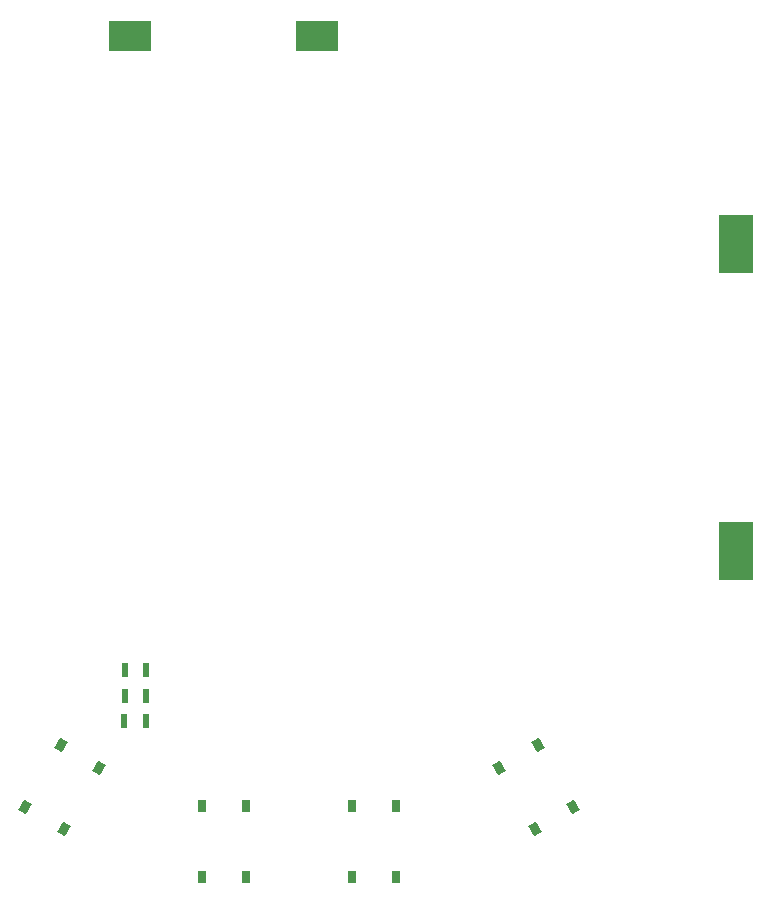
<source format=gbp>
G04*
G04 #@! TF.GenerationSoftware,Altium Limited,Altium Designer,21.4.1 (30)*
G04*
G04 Layer_Color=128*
%FSLAX25Y25*%
%MOIN*%
G70*
G04*
G04 #@! TF.SameCoordinates,B09271E0-8F31-4E5C-9359-3BEE4DA1DD5E*
G04*
G04*
G04 #@! TF.FilePolarity,Positive*
G04*
G01*
G75*
G04:AMPARAMS|DCode=78|XSize=39.37mil|YSize=29.53mil|CornerRadius=0mil|HoleSize=0mil|Usage=FLASHONLY|Rotation=60.000|XOffset=0mil|YOffset=0mil|HoleType=Round|Shape=Rectangle|*
%AMROTATEDRECTD78*
4,1,4,0.00294,-0.02443,-0.02263,-0.00967,-0.00294,0.02443,0.02263,0.00967,0.00294,-0.02443,0.0*
%
%ADD78ROTATEDRECTD78*%

%ADD79R,0.02953X0.03937*%
%ADD80R,0.14173X0.10236*%
%ADD81R,0.11811X0.19685*%
G04:AMPARAMS|DCode=82|XSize=39.37mil|YSize=29.53mil|CornerRadius=0mil|HoleSize=0mil|Usage=FLASHONLY|Rotation=120.000|XOffset=0mil|YOffset=0mil|HoleType=Round|Shape=Rectangle|*
%AMROTATEDRECTD82*
4,1,4,0.02263,-0.00967,-0.00294,-0.02443,-0.02263,0.00967,0.00294,0.02443,0.02263,-0.00967,0.0*
%
%ADD82ROTATEDRECTD82*%

%ADD83R,0.02362X0.04921*%
D78*
X-78513Y-143920D02*
D03*
X-91298Y-136538D02*
D03*
X-66702Y-123462D02*
D03*
X-79487Y-116080D02*
D03*
D79*
X32382Y-159811D02*
D03*
X17618D02*
D03*
X32382Y-136189D02*
D03*
X17618D02*
D03*
X-32382D02*
D03*
X-17618D02*
D03*
X-32382Y-159811D02*
D03*
X-17618D02*
D03*
D80*
X5848Y120300D02*
D03*
X-56357D02*
D03*
D81*
X145669Y-51181D02*
D03*
Y51181D02*
D03*
D82*
X66702Y-123462D02*
D03*
X79487Y-116080D02*
D03*
X78513Y-143920D02*
D03*
X91298Y-136538D02*
D03*
D83*
X-51094Y-99500D02*
D03*
X-58181D02*
D03*
X-51138Y-108000D02*
D03*
X-58224D02*
D03*
X-51094Y-91000D02*
D03*
X-58181D02*
D03*
M02*

</source>
